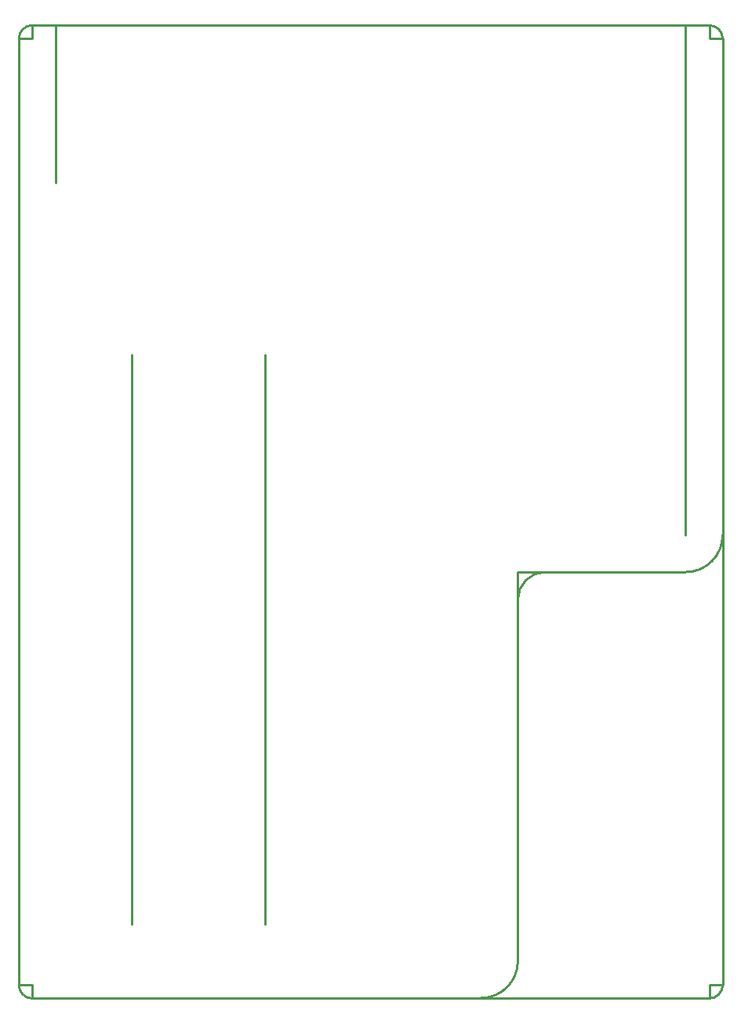
<source format=gm1>
G04*
G04 #@! TF.GenerationSoftware,Altium Limited,Altium Designer,21.0.9 (235)*
G04*
G04 Layer_Color=16711935*
%FSLAX44Y44*%
%MOMM*%
G71*
G04*
G04 #@! TF.SameCoordinates,3421A621-DC7B-4D7E-80C2-F70395B1EBD6*
G04*
G04*
G04 #@! TF.FilePolarity,Positive*
G04*
G01*
G75*
%ADD11C,0.2500*%
%ADD15C,0.2540*%
D11*
X278500Y1052500D02*
Y1222500D01*
X238500Y1208000D02*
X253000D01*
Y1222500D01*
X253000Y172500D02*
Y187000D01*
X238500D02*
X253000D01*
X984000Y1208000D02*
X998500D01*
X984000D02*
Y1222500D01*
Y187000D02*
X998500D01*
X984000Y172500D02*
Y187000D01*
X777250Y632500D02*
X807250D01*
X777250D02*
X958500D01*
Y672500D02*
Y1222500D01*
X777250Y632500D02*
X777250Y212500D01*
D15*
X984000Y172500D02*
G03*
X998500Y187000I0J14500D01*
G01*
Y1208000D02*
G03*
X984000Y1222500I-14500J0D01*
G01*
X238500Y187000D02*
G03*
X253000Y172500I14500J0D01*
G01*
X253000Y1222500D02*
G03*
X238500Y1208000I0J-14500D01*
G01*
X807250Y632750D02*
G03*
X777250Y602750I0J-30000D01*
G01*
X958500Y632500D02*
G03*
X998500Y672500I0J40000D01*
G01*
X737750Y173000D02*
G03*
X777250Y212500I0J39500D01*
G01*
X253000Y1222500D02*
X277500D01*
X984000D01*
X998500Y1208000D02*
X998500Y187000D01*
X238500Y187000D02*
X238500Y1208000D01*
X253000Y172500D02*
X984000Y172500D01*
X504350Y252500D02*
Y867400D01*
X360650Y252100D02*
Y867000D01*
M02*

</source>
